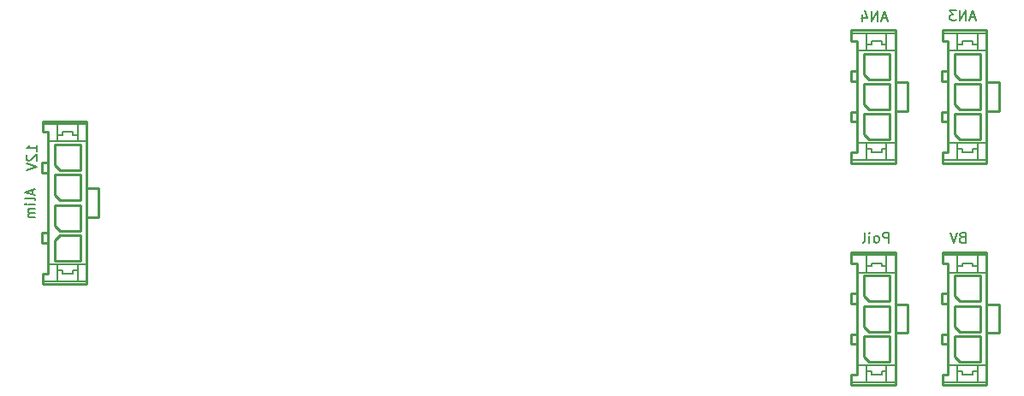
<source format=gbo>
G04 #@! TF.FileFunction,Legend,Bot*
%FSLAX46Y46*%
G04 Gerber Fmt 4.6, Leading zero omitted, Abs format (unit mm)*
G04 Created by KiCad (PCBNEW 4.0.7) date 06/03/18 23:49:29*
%MOMM*%
%LPD*%
G01*
G04 APERTURE LIST*
%ADD10C,0.100000*%
%ADD11C,0.150000*%
%ADD12C,0.254000*%
%ADD13C,0.200000*%
G04 APERTURE END LIST*
D10*
D11*
X2952381Y-43880953D02*
X2952381Y-43309524D01*
X2952381Y-43595238D02*
X1952381Y-43595238D01*
X2095238Y-43500000D01*
X2190476Y-43404762D01*
X2238095Y-43309524D01*
X2047619Y-44261905D02*
X2000000Y-44309524D01*
X1952381Y-44404762D01*
X1952381Y-44642858D01*
X2000000Y-44738096D01*
X2047619Y-44785715D01*
X2142857Y-44833334D01*
X2238095Y-44833334D01*
X2380952Y-44785715D01*
X2952381Y-44214286D01*
X2952381Y-44833334D01*
X1952381Y-45119048D02*
X2952381Y-45452381D01*
X1952381Y-45785715D01*
X87008095Y-30736667D02*
X86531904Y-30736667D01*
X87103333Y-31022381D02*
X86770000Y-30022381D01*
X86436666Y-31022381D01*
X86103333Y-31022381D02*
X86103333Y-30022381D01*
X85531904Y-31022381D01*
X85531904Y-30022381D01*
X84627142Y-30355714D02*
X84627142Y-31022381D01*
X84865238Y-29974762D02*
X85103333Y-30689048D01*
X84484285Y-30689048D01*
X95738095Y-30666667D02*
X95261904Y-30666667D01*
X95833333Y-30952381D02*
X95500000Y-29952381D01*
X95166666Y-30952381D01*
X94833333Y-30952381D02*
X94833333Y-29952381D01*
X94261904Y-30952381D01*
X94261904Y-29952381D01*
X93880952Y-29952381D02*
X93261904Y-29952381D01*
X93595238Y-30333333D01*
X93452380Y-30333333D01*
X93357142Y-30380952D01*
X93309523Y-30428571D01*
X93261904Y-30523810D01*
X93261904Y-30761905D01*
X93309523Y-30857143D01*
X93357142Y-30904762D01*
X93452380Y-30952381D01*
X93738095Y-30952381D01*
X93833333Y-30904762D01*
X93880952Y-30857143D01*
X2536667Y-47705238D02*
X2536667Y-48181429D01*
X2822381Y-47610000D02*
X1822381Y-47943333D01*
X2822381Y-48276667D01*
X2822381Y-48752857D02*
X2774762Y-48657619D01*
X2679524Y-48610000D01*
X1822381Y-48610000D01*
X2822381Y-49133810D02*
X2155714Y-49133810D01*
X1822381Y-49133810D02*
X1870000Y-49086191D01*
X1917619Y-49133810D01*
X1870000Y-49181429D01*
X1822381Y-49133810D01*
X1917619Y-49133810D01*
X2822381Y-49610000D02*
X2155714Y-49610000D01*
X2250952Y-49610000D02*
X2203333Y-49657619D01*
X2155714Y-49752857D01*
X2155714Y-49895715D01*
X2203333Y-49990953D01*
X2298571Y-50038572D01*
X2822381Y-50038572D01*
X2298571Y-50038572D02*
X2203333Y-50086191D01*
X2155714Y-50181429D01*
X2155714Y-50324286D01*
X2203333Y-50419524D01*
X2298571Y-50467143D01*
X2822381Y-50467143D01*
X94476190Y-52428571D02*
X94333333Y-52476190D01*
X94285714Y-52523810D01*
X94238095Y-52619048D01*
X94238095Y-52761905D01*
X94285714Y-52857143D01*
X94333333Y-52904762D01*
X94428571Y-52952381D01*
X94809524Y-52952381D01*
X94809524Y-51952381D01*
X94476190Y-51952381D01*
X94380952Y-52000000D01*
X94333333Y-52047619D01*
X94285714Y-52142857D01*
X94285714Y-52238095D01*
X94333333Y-52333333D01*
X94380952Y-52380952D01*
X94476190Y-52428571D01*
X94809524Y-52428571D01*
X93952381Y-51952381D02*
X93619048Y-52952381D01*
X93285714Y-51952381D01*
X87214286Y-52952381D02*
X87214286Y-51952381D01*
X86833333Y-51952381D01*
X86738095Y-52000000D01*
X86690476Y-52047619D01*
X86642857Y-52142857D01*
X86642857Y-52285714D01*
X86690476Y-52380952D01*
X86738095Y-52428571D01*
X86833333Y-52476190D01*
X87214286Y-52476190D01*
X86071429Y-52952381D02*
X86166667Y-52904762D01*
X86214286Y-52857143D01*
X86261905Y-52761905D01*
X86261905Y-52476190D01*
X86214286Y-52380952D01*
X86166667Y-52333333D01*
X86071429Y-52285714D01*
X85928571Y-52285714D01*
X85833333Y-52333333D01*
X85785714Y-52380952D01*
X85738095Y-52476190D01*
X85738095Y-52761905D01*
X85785714Y-52857143D01*
X85833333Y-52904762D01*
X85928571Y-52952381D01*
X86071429Y-52952381D01*
X85309524Y-52952381D02*
X85309524Y-52285714D01*
X85309524Y-51952381D02*
X85357143Y-52000000D01*
X85309524Y-52047619D01*
X85261905Y-52000000D01*
X85309524Y-51952381D01*
X85309524Y-52047619D01*
X84690477Y-52952381D02*
X84785715Y-52904762D01*
X84833334Y-52809524D01*
X84833334Y-51952381D01*
D12*
X7900000Y-57075000D02*
X7900000Y-56800000D01*
X7900000Y-56800000D02*
X7900000Y-55070000D01*
X7900000Y-55070000D02*
X7900000Y-50400000D01*
X7900000Y-50400000D02*
X7900000Y-47600000D01*
X7900000Y-47600000D02*
X7900000Y-42930000D01*
X7900000Y-42930000D02*
X7900000Y-41200000D01*
X7900000Y-41200000D02*
X7900000Y-40925000D01*
X7900000Y-40925000D02*
X3530000Y-40925000D01*
X3530000Y-42000000D02*
X4100000Y-42000000D01*
X4100000Y-42000000D02*
X4100000Y-42930000D01*
X4100000Y-42930000D02*
X4100000Y-45000000D01*
X4100000Y-45000000D02*
X4100000Y-46000000D01*
X4100000Y-46000000D02*
X4100000Y-52000000D01*
X4100000Y-52000000D02*
X4100000Y-53000000D01*
X4100000Y-53000000D02*
X4100000Y-55070000D01*
X4100000Y-55070000D02*
X4100000Y-56000000D01*
X4100000Y-56000000D02*
X3530000Y-56000000D01*
X3530000Y-56000000D02*
X3530000Y-56800000D01*
X3530000Y-56800000D02*
X3530000Y-57075000D01*
X3530000Y-57075000D02*
X7900000Y-57075000D01*
X3530000Y-42000000D02*
X3530000Y-41200000D01*
X3530000Y-41200000D02*
X3530000Y-40925000D01*
X9100000Y-50400000D02*
X9100000Y-47600000D01*
X9100000Y-47600000D02*
X7900000Y-47600000D01*
X9100000Y-50400000D02*
X7900000Y-50400000D01*
X4100000Y-46000000D02*
X3500000Y-46000000D01*
X3500000Y-46000000D02*
X3500000Y-45000000D01*
X3500000Y-45000000D02*
X4100000Y-45000000D01*
X4100000Y-53000000D02*
X3500000Y-53000000D01*
X3500000Y-53000000D02*
X3500000Y-52000000D01*
X3500000Y-52000000D02*
X4100000Y-52000000D01*
D13*
X3530000Y-56800000D02*
X5000000Y-56800000D01*
X5000000Y-56800000D02*
X7000000Y-56800000D01*
X7000000Y-56800000D02*
X7900000Y-56800000D01*
X3530000Y-41200000D02*
X5000000Y-41200000D01*
X5000000Y-41200000D02*
X7000000Y-41200000D01*
X7000000Y-41200000D02*
X7900000Y-41200000D01*
X4100000Y-55070000D02*
X5000000Y-55070000D01*
X5000000Y-55070000D02*
X7000000Y-55070000D01*
X7000000Y-55070000D02*
X7900000Y-55070000D01*
X7900000Y-42930000D02*
X7000000Y-42930000D01*
X7000000Y-42930000D02*
X5000000Y-42930000D01*
X5000000Y-42930000D02*
X4100000Y-42930000D01*
X7000000Y-55070000D02*
X7000000Y-55700000D01*
X7000000Y-55700000D02*
X7000000Y-56800000D01*
X5000000Y-55070000D02*
X5000000Y-55700000D01*
X5000000Y-55700000D02*
X5000000Y-56800000D01*
X7000000Y-42930000D02*
X7000000Y-42300000D01*
X7000000Y-42300000D02*
X7000000Y-41200000D01*
X5000000Y-42930000D02*
X5000000Y-42300000D01*
X5000000Y-42300000D02*
X5000000Y-41200000D01*
X7000000Y-55700000D02*
X6500000Y-55700000D01*
X6500000Y-55700000D02*
X6500000Y-56000000D01*
X6500000Y-56000000D02*
X5500000Y-56000000D01*
X5500000Y-56000000D02*
X5500000Y-55700000D01*
X5500000Y-55700000D02*
X5000000Y-55700000D01*
X7000000Y-42300000D02*
X6500000Y-42300000D01*
X6500000Y-42300000D02*
X6500000Y-42000000D01*
X6500000Y-42000000D02*
X5500000Y-42000000D01*
X5500000Y-42000000D02*
X5500000Y-42300000D01*
X5500000Y-42300000D02*
X5000000Y-42300000D01*
D12*
X7270000Y-48770000D02*
X7270000Y-46230000D01*
X7270000Y-46230000D02*
X4730000Y-46230000D01*
X4730000Y-46230000D02*
X4730000Y-48262000D01*
X5238000Y-48770000D02*
X7270000Y-48770000D01*
X4730000Y-48262000D02*
X5238000Y-48770000D01*
X7270000Y-45770000D02*
X7270000Y-43230000D01*
X7270000Y-43230000D02*
X4730000Y-43230000D01*
X4730000Y-43230000D02*
X4730000Y-45262000D01*
X5238000Y-45770000D02*
X7270000Y-45770000D01*
X4730000Y-45262000D02*
X5238000Y-45770000D01*
X7270000Y-51770000D02*
X7270000Y-49230000D01*
X7270000Y-49230000D02*
X4730000Y-49230000D01*
X4730000Y-49230000D02*
X4730000Y-51262000D01*
X5238000Y-51770000D02*
X7270000Y-51770000D01*
X4730000Y-51262000D02*
X5238000Y-51770000D01*
X4730000Y-54770000D02*
X7270000Y-54770000D01*
X7270000Y-54770000D02*
X7270000Y-52230000D01*
X7270000Y-52230000D02*
X5238000Y-52230000D01*
X4730000Y-52738000D02*
X4730000Y-54770000D01*
X5238000Y-52230000D02*
X4730000Y-52738000D01*
X96900000Y-45075000D02*
X96900000Y-44800000D01*
X96900000Y-44800000D02*
X96900000Y-43070000D01*
X96900000Y-43070000D02*
X96900000Y-39900000D01*
X96900000Y-39900000D02*
X96900000Y-37100000D01*
X96900000Y-37100000D02*
X96900000Y-33930000D01*
X96900000Y-33930000D02*
X96900000Y-32200000D01*
X96900000Y-32200000D02*
X96900000Y-31925000D01*
X96900000Y-31925000D02*
X92530000Y-31925000D01*
X92530000Y-33000000D02*
X93100000Y-33000000D01*
X93100000Y-33000000D02*
X93100000Y-33930000D01*
X93100000Y-33930000D02*
X93100000Y-36000000D01*
X93100000Y-36000000D02*
X93100000Y-37000000D01*
X93100000Y-37000000D02*
X93100000Y-40000000D01*
X93100000Y-40000000D02*
X93100000Y-41000000D01*
X93100000Y-41000000D02*
X93100000Y-43070000D01*
X93100000Y-43070000D02*
X93100000Y-44000000D01*
X93100000Y-44000000D02*
X92530000Y-44000000D01*
X92530000Y-44000000D02*
X92530000Y-44800000D01*
X92530000Y-44800000D02*
X92530000Y-45075000D01*
X92530000Y-45075000D02*
X96900000Y-45075000D01*
X92530000Y-33000000D02*
X92530000Y-32200000D01*
X92530000Y-32200000D02*
X92530000Y-31925000D01*
X98100000Y-39900000D02*
X98100000Y-37100000D01*
X98100000Y-37100000D02*
X96900000Y-37100000D01*
X98100000Y-39900000D02*
X96900000Y-39900000D01*
X93100000Y-37000000D02*
X92500000Y-37000000D01*
X92500000Y-37000000D02*
X92500000Y-36000000D01*
X92500000Y-36000000D02*
X93100000Y-36000000D01*
X93100000Y-41000000D02*
X92500000Y-41000000D01*
X92500000Y-41000000D02*
X92500000Y-40000000D01*
X92500000Y-40000000D02*
X93100000Y-40000000D01*
D13*
X92530000Y-44800000D02*
X94000000Y-44800000D01*
X94000000Y-44800000D02*
X96000000Y-44800000D01*
X96000000Y-44800000D02*
X96900000Y-44800000D01*
X92530000Y-32200000D02*
X94000000Y-32200000D01*
X94000000Y-32200000D02*
X96000000Y-32200000D01*
X96000000Y-32200000D02*
X96900000Y-32200000D01*
X93100000Y-43070000D02*
X94000000Y-43070000D01*
X94000000Y-43070000D02*
X96000000Y-43070000D01*
X96000000Y-43070000D02*
X96900000Y-43070000D01*
X96900000Y-33930000D02*
X96000000Y-33930000D01*
X96000000Y-33930000D02*
X94000000Y-33930000D01*
X94000000Y-33930000D02*
X93100000Y-33930000D01*
X96000000Y-43070000D02*
X96000000Y-43700000D01*
X96000000Y-43700000D02*
X96000000Y-44800000D01*
X94000000Y-43070000D02*
X94000000Y-43700000D01*
X94000000Y-43700000D02*
X94000000Y-44800000D01*
X96000000Y-33930000D02*
X96000000Y-33300000D01*
X96000000Y-33300000D02*
X96000000Y-32200000D01*
X94000000Y-33930000D02*
X94000000Y-33300000D01*
X94000000Y-33300000D02*
X94000000Y-32200000D01*
X96000000Y-43700000D02*
X95500000Y-43700000D01*
X95500000Y-43700000D02*
X95500000Y-44000000D01*
X95500000Y-44000000D02*
X94500000Y-44000000D01*
X94500000Y-44000000D02*
X94500000Y-43700000D01*
X94500000Y-43700000D02*
X94000000Y-43700000D01*
X96000000Y-33300000D02*
X95500000Y-33300000D01*
X95500000Y-33300000D02*
X95500000Y-33000000D01*
X95500000Y-33000000D02*
X94500000Y-33000000D01*
X94500000Y-33000000D02*
X94500000Y-33300000D01*
X94500000Y-33300000D02*
X94000000Y-33300000D01*
D12*
X96270000Y-39770000D02*
X96270000Y-37230000D01*
X96270000Y-37230000D02*
X93730000Y-37230000D01*
X93730000Y-37230000D02*
X93730000Y-39262000D01*
X94238000Y-39770000D02*
X96270000Y-39770000D01*
X93730000Y-39262000D02*
X94238000Y-39770000D01*
X96270000Y-36770000D02*
X96270000Y-34230000D01*
X96270000Y-34230000D02*
X93730000Y-34230000D01*
X93730000Y-34230000D02*
X93730000Y-36262000D01*
X94238000Y-36770000D02*
X96270000Y-36770000D01*
X93730000Y-36262000D02*
X94238000Y-36770000D01*
X96270000Y-42770000D02*
X96270000Y-40230000D01*
X96270000Y-40230000D02*
X93730000Y-40230000D01*
X93730000Y-40230000D02*
X93730000Y-42262000D01*
X94238000Y-42770000D02*
X96270000Y-42770000D01*
X93730000Y-42262000D02*
X94238000Y-42770000D01*
X87900000Y-45075000D02*
X87900000Y-44800000D01*
X87900000Y-44800000D02*
X87900000Y-43070000D01*
X87900000Y-43070000D02*
X87900000Y-39900000D01*
X87900000Y-39900000D02*
X87900000Y-37100000D01*
X87900000Y-37100000D02*
X87900000Y-33930000D01*
X87900000Y-33930000D02*
X87900000Y-32200000D01*
X87900000Y-32200000D02*
X87900000Y-31925000D01*
X87900000Y-31925000D02*
X83530000Y-31925000D01*
X83530000Y-33000000D02*
X84100000Y-33000000D01*
X84100000Y-33000000D02*
X84100000Y-33930000D01*
X84100000Y-33930000D02*
X84100000Y-36000000D01*
X84100000Y-36000000D02*
X84100000Y-37000000D01*
X84100000Y-37000000D02*
X84100000Y-40000000D01*
X84100000Y-40000000D02*
X84100000Y-41000000D01*
X84100000Y-41000000D02*
X84100000Y-43070000D01*
X84100000Y-43070000D02*
X84100000Y-44000000D01*
X84100000Y-44000000D02*
X83530000Y-44000000D01*
X83530000Y-44000000D02*
X83530000Y-44800000D01*
X83530000Y-44800000D02*
X83530000Y-45075000D01*
X83530000Y-45075000D02*
X87900000Y-45075000D01*
X83530000Y-33000000D02*
X83530000Y-32200000D01*
X83530000Y-32200000D02*
X83530000Y-31925000D01*
X89100000Y-39900000D02*
X89100000Y-37100000D01*
X89100000Y-37100000D02*
X87900000Y-37100000D01*
X89100000Y-39900000D02*
X87900000Y-39900000D01*
X84100000Y-37000000D02*
X83500000Y-37000000D01*
X83500000Y-37000000D02*
X83500000Y-36000000D01*
X83500000Y-36000000D02*
X84100000Y-36000000D01*
X84100000Y-41000000D02*
X83500000Y-41000000D01*
X83500000Y-41000000D02*
X83500000Y-40000000D01*
X83500000Y-40000000D02*
X84100000Y-40000000D01*
D13*
X83530000Y-44800000D02*
X85000000Y-44800000D01*
X85000000Y-44800000D02*
X87000000Y-44800000D01*
X87000000Y-44800000D02*
X87900000Y-44800000D01*
X83530000Y-32200000D02*
X85000000Y-32200000D01*
X85000000Y-32200000D02*
X87000000Y-32200000D01*
X87000000Y-32200000D02*
X87900000Y-32200000D01*
X84100000Y-43070000D02*
X85000000Y-43070000D01*
X85000000Y-43070000D02*
X87000000Y-43070000D01*
X87000000Y-43070000D02*
X87900000Y-43070000D01*
X87900000Y-33930000D02*
X87000000Y-33930000D01*
X87000000Y-33930000D02*
X85000000Y-33930000D01*
X85000000Y-33930000D02*
X84100000Y-33930000D01*
X87000000Y-43070000D02*
X87000000Y-43700000D01*
X87000000Y-43700000D02*
X87000000Y-44800000D01*
X85000000Y-43070000D02*
X85000000Y-43700000D01*
X85000000Y-43700000D02*
X85000000Y-44800000D01*
X87000000Y-33930000D02*
X87000000Y-33300000D01*
X87000000Y-33300000D02*
X87000000Y-32200000D01*
X85000000Y-33930000D02*
X85000000Y-33300000D01*
X85000000Y-33300000D02*
X85000000Y-32200000D01*
X87000000Y-43700000D02*
X86500000Y-43700000D01*
X86500000Y-43700000D02*
X86500000Y-44000000D01*
X86500000Y-44000000D02*
X85500000Y-44000000D01*
X85500000Y-44000000D02*
X85500000Y-43700000D01*
X85500000Y-43700000D02*
X85000000Y-43700000D01*
X87000000Y-33300000D02*
X86500000Y-33300000D01*
X86500000Y-33300000D02*
X86500000Y-33000000D01*
X86500000Y-33000000D02*
X85500000Y-33000000D01*
X85500000Y-33000000D02*
X85500000Y-33300000D01*
X85500000Y-33300000D02*
X85000000Y-33300000D01*
D12*
X87270000Y-39770000D02*
X87270000Y-37230000D01*
X87270000Y-37230000D02*
X84730000Y-37230000D01*
X84730000Y-37230000D02*
X84730000Y-39262000D01*
X85238000Y-39770000D02*
X87270000Y-39770000D01*
X84730000Y-39262000D02*
X85238000Y-39770000D01*
X87270000Y-36770000D02*
X87270000Y-34230000D01*
X87270000Y-34230000D02*
X84730000Y-34230000D01*
X84730000Y-34230000D02*
X84730000Y-36262000D01*
X85238000Y-36770000D02*
X87270000Y-36770000D01*
X84730000Y-36262000D02*
X85238000Y-36770000D01*
X87270000Y-42770000D02*
X87270000Y-40230000D01*
X87270000Y-40230000D02*
X84730000Y-40230000D01*
X84730000Y-40230000D02*
X84730000Y-42262000D01*
X85238000Y-42770000D02*
X87270000Y-42770000D01*
X84730000Y-42262000D02*
X85238000Y-42770000D01*
X96900000Y-67075000D02*
X96900000Y-66800000D01*
X96900000Y-66800000D02*
X96900000Y-65070000D01*
X96900000Y-65070000D02*
X96900000Y-61900000D01*
X96900000Y-61900000D02*
X96900000Y-59100000D01*
X96900000Y-59100000D02*
X96900000Y-55930000D01*
X96900000Y-55930000D02*
X96900000Y-54200000D01*
X96900000Y-54200000D02*
X96900000Y-53925000D01*
X96900000Y-53925000D02*
X92530000Y-53925000D01*
X92530000Y-55000000D02*
X93100000Y-55000000D01*
X93100000Y-55000000D02*
X93100000Y-55930000D01*
X93100000Y-55930000D02*
X93100000Y-58000000D01*
X93100000Y-58000000D02*
X93100000Y-59000000D01*
X93100000Y-59000000D02*
X93100000Y-62000000D01*
X93100000Y-62000000D02*
X93100000Y-63000000D01*
X93100000Y-63000000D02*
X93100000Y-65070000D01*
X93100000Y-65070000D02*
X93100000Y-66000000D01*
X93100000Y-66000000D02*
X92530000Y-66000000D01*
X92530000Y-66000000D02*
X92530000Y-66800000D01*
X92530000Y-66800000D02*
X92530000Y-67075000D01*
X92530000Y-67075000D02*
X96900000Y-67075000D01*
X92530000Y-55000000D02*
X92530000Y-54200000D01*
X92530000Y-54200000D02*
X92530000Y-53925000D01*
X98100000Y-61900000D02*
X98100000Y-59100000D01*
X98100000Y-59100000D02*
X96900000Y-59100000D01*
X98100000Y-61900000D02*
X96900000Y-61900000D01*
X93100000Y-59000000D02*
X92500000Y-59000000D01*
X92500000Y-59000000D02*
X92500000Y-58000000D01*
X92500000Y-58000000D02*
X93100000Y-58000000D01*
X93100000Y-63000000D02*
X92500000Y-63000000D01*
X92500000Y-63000000D02*
X92500000Y-62000000D01*
X92500000Y-62000000D02*
X93100000Y-62000000D01*
D13*
X92530000Y-66800000D02*
X94000000Y-66800000D01*
X94000000Y-66800000D02*
X96000000Y-66800000D01*
X96000000Y-66800000D02*
X96900000Y-66800000D01*
X92530000Y-54200000D02*
X94000000Y-54200000D01*
X94000000Y-54200000D02*
X96000000Y-54200000D01*
X96000000Y-54200000D02*
X96900000Y-54200000D01*
X93100000Y-65070000D02*
X94000000Y-65070000D01*
X94000000Y-65070000D02*
X96000000Y-65070000D01*
X96000000Y-65070000D02*
X96900000Y-65070000D01*
X96900000Y-55930000D02*
X96000000Y-55930000D01*
X96000000Y-55930000D02*
X94000000Y-55930000D01*
X94000000Y-55930000D02*
X93100000Y-55930000D01*
X96000000Y-65070000D02*
X96000000Y-65700000D01*
X96000000Y-65700000D02*
X96000000Y-66800000D01*
X94000000Y-65070000D02*
X94000000Y-65700000D01*
X94000000Y-65700000D02*
X94000000Y-66800000D01*
X96000000Y-55930000D02*
X96000000Y-55300000D01*
X96000000Y-55300000D02*
X96000000Y-54200000D01*
X94000000Y-55930000D02*
X94000000Y-55300000D01*
X94000000Y-55300000D02*
X94000000Y-54200000D01*
X96000000Y-65700000D02*
X95500000Y-65700000D01*
X95500000Y-65700000D02*
X95500000Y-66000000D01*
X95500000Y-66000000D02*
X94500000Y-66000000D01*
X94500000Y-66000000D02*
X94500000Y-65700000D01*
X94500000Y-65700000D02*
X94000000Y-65700000D01*
X96000000Y-55300000D02*
X95500000Y-55300000D01*
X95500000Y-55300000D02*
X95500000Y-55000000D01*
X95500000Y-55000000D02*
X94500000Y-55000000D01*
X94500000Y-55000000D02*
X94500000Y-55300000D01*
X94500000Y-55300000D02*
X94000000Y-55300000D01*
D12*
X96270000Y-61770000D02*
X96270000Y-59230000D01*
X96270000Y-59230000D02*
X93730000Y-59230000D01*
X93730000Y-59230000D02*
X93730000Y-61262000D01*
X94238000Y-61770000D02*
X96270000Y-61770000D01*
X93730000Y-61262000D02*
X94238000Y-61770000D01*
X96270000Y-58770000D02*
X96270000Y-56230000D01*
X96270000Y-56230000D02*
X93730000Y-56230000D01*
X93730000Y-56230000D02*
X93730000Y-58262000D01*
X94238000Y-58770000D02*
X96270000Y-58770000D01*
X93730000Y-58262000D02*
X94238000Y-58770000D01*
X96270000Y-64770000D02*
X96270000Y-62230000D01*
X96270000Y-62230000D02*
X93730000Y-62230000D01*
X93730000Y-62230000D02*
X93730000Y-64262000D01*
X94238000Y-64770000D02*
X96270000Y-64770000D01*
X93730000Y-64262000D02*
X94238000Y-64770000D01*
X87900000Y-67075000D02*
X87900000Y-66800000D01*
X87900000Y-66800000D02*
X87900000Y-65070000D01*
X87900000Y-65070000D02*
X87900000Y-61900000D01*
X87900000Y-61900000D02*
X87900000Y-59100000D01*
X87900000Y-59100000D02*
X87900000Y-55930000D01*
X87900000Y-55930000D02*
X87900000Y-54200000D01*
X87900000Y-54200000D02*
X87900000Y-53925000D01*
X87900000Y-53925000D02*
X83530000Y-53925000D01*
X83530000Y-55000000D02*
X84100000Y-55000000D01*
X84100000Y-55000000D02*
X84100000Y-55930000D01*
X84100000Y-55930000D02*
X84100000Y-58000000D01*
X84100000Y-58000000D02*
X84100000Y-59000000D01*
X84100000Y-59000000D02*
X84100000Y-62000000D01*
X84100000Y-62000000D02*
X84100000Y-63000000D01*
X84100000Y-63000000D02*
X84100000Y-65070000D01*
X84100000Y-65070000D02*
X84100000Y-66000000D01*
X84100000Y-66000000D02*
X83530000Y-66000000D01*
X83530000Y-66000000D02*
X83530000Y-66800000D01*
X83530000Y-66800000D02*
X83530000Y-67075000D01*
X83530000Y-67075000D02*
X87900000Y-67075000D01*
X83530000Y-55000000D02*
X83530000Y-54200000D01*
X83530000Y-54200000D02*
X83530000Y-53925000D01*
X89100000Y-61900000D02*
X89100000Y-59100000D01*
X89100000Y-59100000D02*
X87900000Y-59100000D01*
X89100000Y-61900000D02*
X87900000Y-61900000D01*
X84100000Y-59000000D02*
X83500000Y-59000000D01*
X83500000Y-59000000D02*
X83500000Y-58000000D01*
X83500000Y-58000000D02*
X84100000Y-58000000D01*
X84100000Y-63000000D02*
X83500000Y-63000000D01*
X83500000Y-63000000D02*
X83500000Y-62000000D01*
X83500000Y-62000000D02*
X84100000Y-62000000D01*
D13*
X83530000Y-66800000D02*
X85000000Y-66800000D01*
X85000000Y-66800000D02*
X87000000Y-66800000D01*
X87000000Y-66800000D02*
X87900000Y-66800000D01*
X83530000Y-54200000D02*
X85000000Y-54200000D01*
X85000000Y-54200000D02*
X87000000Y-54200000D01*
X87000000Y-54200000D02*
X87900000Y-54200000D01*
X84100000Y-65070000D02*
X85000000Y-65070000D01*
X85000000Y-65070000D02*
X87000000Y-65070000D01*
X87000000Y-65070000D02*
X87900000Y-65070000D01*
X87900000Y-55930000D02*
X87000000Y-55930000D01*
X87000000Y-55930000D02*
X85000000Y-55930000D01*
X85000000Y-55930000D02*
X84100000Y-55930000D01*
X87000000Y-65070000D02*
X87000000Y-65700000D01*
X87000000Y-65700000D02*
X87000000Y-66800000D01*
X85000000Y-65070000D02*
X85000000Y-65700000D01*
X85000000Y-65700000D02*
X85000000Y-66800000D01*
X87000000Y-55930000D02*
X87000000Y-55300000D01*
X87000000Y-55300000D02*
X87000000Y-54200000D01*
X85000000Y-55930000D02*
X85000000Y-55300000D01*
X85000000Y-55300000D02*
X85000000Y-54200000D01*
X87000000Y-65700000D02*
X86500000Y-65700000D01*
X86500000Y-65700000D02*
X86500000Y-66000000D01*
X86500000Y-66000000D02*
X85500000Y-66000000D01*
X85500000Y-66000000D02*
X85500000Y-65700000D01*
X85500000Y-65700000D02*
X85000000Y-65700000D01*
X87000000Y-55300000D02*
X86500000Y-55300000D01*
X86500000Y-55300000D02*
X86500000Y-55000000D01*
X86500000Y-55000000D02*
X85500000Y-55000000D01*
X85500000Y-55000000D02*
X85500000Y-55300000D01*
X85500000Y-55300000D02*
X85000000Y-55300000D01*
D12*
X87270000Y-61770000D02*
X87270000Y-59230000D01*
X87270000Y-59230000D02*
X84730000Y-59230000D01*
X84730000Y-59230000D02*
X84730000Y-61262000D01*
X85238000Y-61770000D02*
X87270000Y-61770000D01*
X84730000Y-61262000D02*
X85238000Y-61770000D01*
X87270000Y-58770000D02*
X87270000Y-56230000D01*
X87270000Y-56230000D02*
X84730000Y-56230000D01*
X84730000Y-56230000D02*
X84730000Y-58262000D01*
X85238000Y-58770000D02*
X87270000Y-58770000D01*
X84730000Y-58262000D02*
X85238000Y-58770000D01*
X87270000Y-64770000D02*
X87270000Y-62230000D01*
X87270000Y-62230000D02*
X84730000Y-62230000D01*
X84730000Y-62230000D02*
X84730000Y-64262000D01*
X85238000Y-64770000D02*
X87270000Y-64770000D01*
X84730000Y-64262000D02*
X85238000Y-64770000D01*
M02*

</source>
